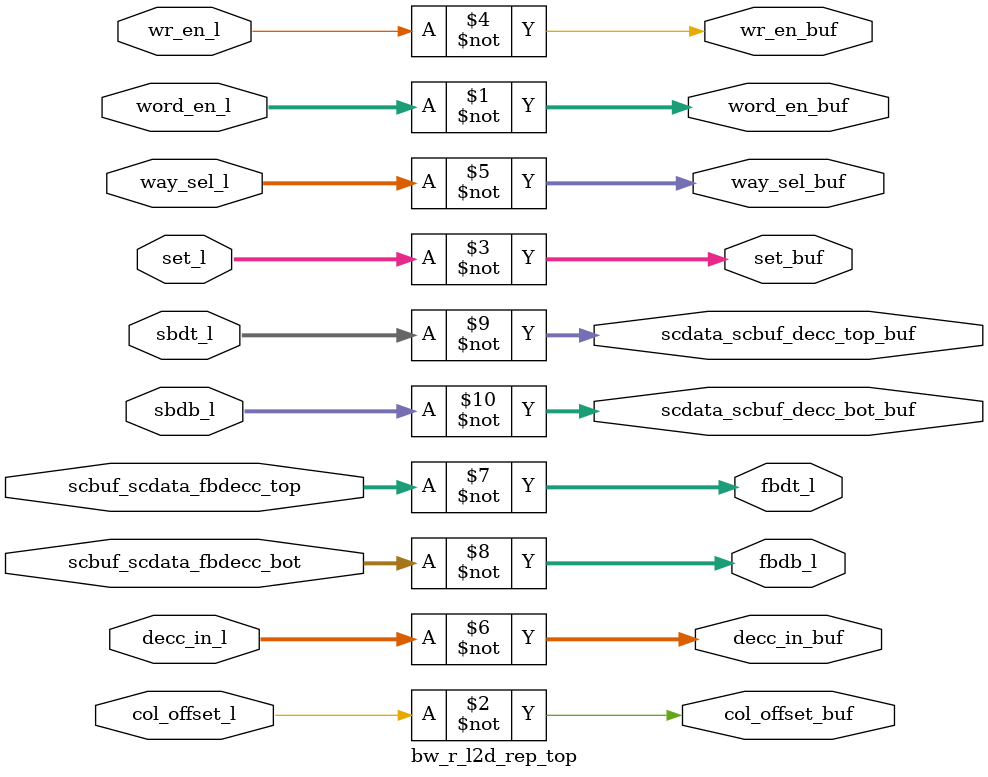
<source format=v>
module bw_r_l2d_rep_top (
   word_en_buf, col_offset_buf, set_buf, wr_en_buf, way_sel_buf, 
   decc_in_buf, fbdt_l, fbdb_l, scdata_scbuf_decc_top_buf, 
   scdata_scbuf_decc_bot_buf, 
   word_en_l, col_offset_l, set_l, wr_en_l, way_sel_l, decc_in_l, 
   scbuf_scdata_fbdecc_top, scbuf_scdata_fbdecc_bot, sbdt_l, sbdb_l
   );
   input [3:0]     word_en_l;
   input 	   col_offset_l;
   input [9:0] 	   set_l;
   input 	   wr_en_l;
   input [11:0]    way_sel_l;
   input [155:0]   decc_in_l;
   input [155:0]   scbuf_scdata_fbdecc_top;
   input [155:0]   scbuf_scdata_fbdecc_bot;
   input [155:0]   sbdt_l;
   input [155:0]   sbdb_l;
   output [3:0]    word_en_buf;
   output 	   col_offset_buf;
   output [9:0]    set_buf;
   output 	   wr_en_buf;
   output [11:0]   way_sel_buf;
   output [155:0]  decc_in_buf;
   output [155:0]  fbdt_l;
   output [155:0]  fbdb_l;
   output [155:0]  scdata_scbuf_decc_top_buf;
   output [155:0]  scdata_scbuf_decc_bot_buf;
   assign word_en_buf[3:0] = ~word_en_l[3:0];
   assign col_offset_buf = ~col_offset_l;
   assign set_buf[9:0] = ~set_l[9:0];
   assign wr_en_buf = ~wr_en_l;
   assign way_sel_buf[11:0] = ~way_sel_l[11:0];
   assign decc_in_buf[155:0] = ~decc_in_l[155:0];
   assign fbdt_l[155:0] = ~scbuf_scdata_fbdecc_top[155:0];
   assign fbdb_l[155:0] = ~scbuf_scdata_fbdecc_bot[155:0];
   assign scdata_scbuf_decc_top_buf[155:0] = ~sbdt_l[155:0];
   assign scdata_scbuf_decc_bot_buf[155:0] = ~sbdb_l[155:0];
endmodule
</source>
